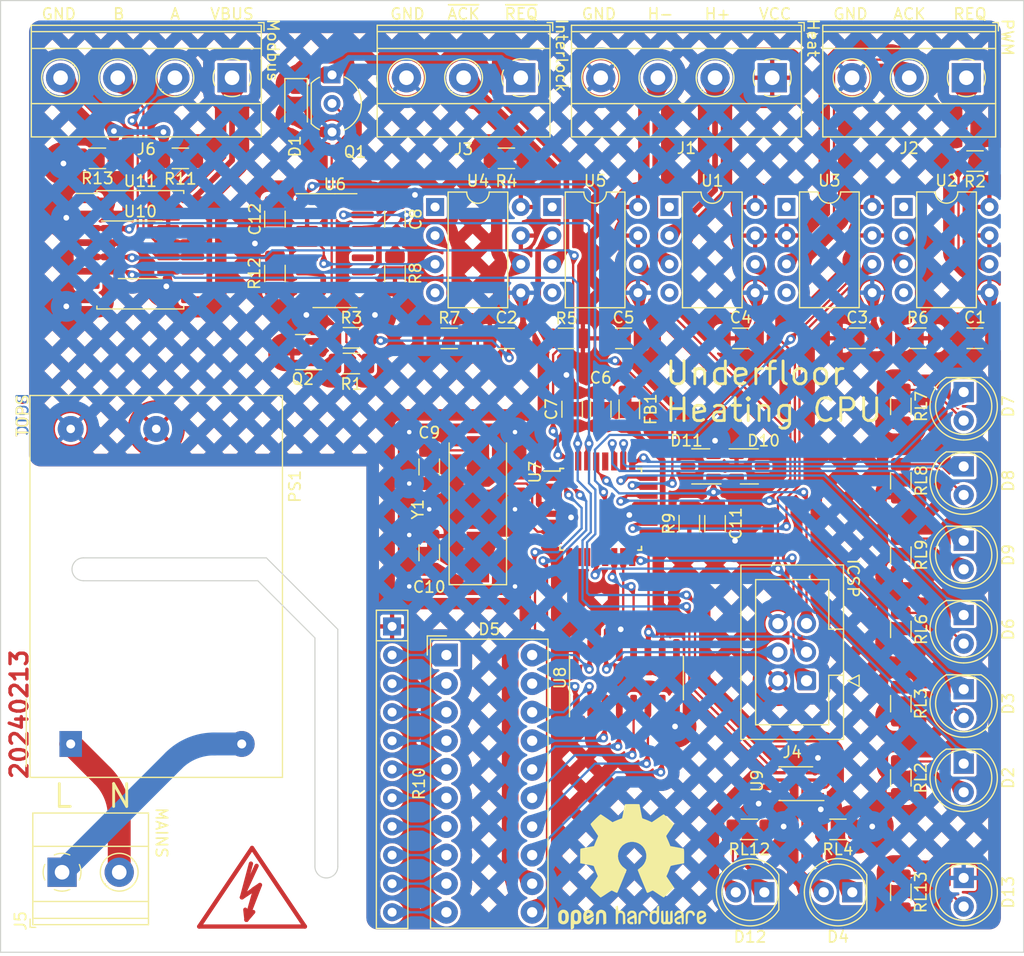
<source format=kicad_pcb>
(kicad_pcb (version 20221018) (generator pcbnew)
  (title_block (title "UFH Process Computer - CPU") (date "2024-01-17") (rev "1"))
  (layers (0 "F.Cu" signal) (31 "B.Cu" signal) (34 "B.Paste" user) (35 "F.Paste" user) (36 "B.SilkS" user "B.Silkscreen") (37 "F.SilkS" user "F.Silkscreen") (38 "B.Mask" user) (39 "F.Mask" user) (44 "Edge.Cuts" user))
  (net 0 "")
  (net 1 "VCC")
  (net 2 "GND")
  (net 3 "Net-(U7-AREF)")
  (net 4 "Net-(D1-K)")
  (net 5 "Net-(U6A-RCext)")
  (net 6 "Net-(U7-XTAL1{slash}PB6)")
  (net 7 "/~{HEAT}")
  (net 8 "Net-(D6-A)")
  (net 9 "/~{INLK_ACK}")
  (net 10 "Net-(D2-A)")
  (net 11 "Net-(D3-A)")
  (net 12 "Net-(D4-K)")
  (net 13 "Net-(D4-A)")
  (net 14 "Net-(U7-XTAL2{slash}PB7)")
  (net 15 "Net-(R10-R1)")
  (net 16 "/~{PUMP_90P}")
  (net 17 "Net-(D8-A)")
  (net 18 "/~{PUMP_100P}")
  (net 19 "Net-(D9-A)")
  (net 20 "/~{PUMP_LVWR}")
  (net 21 "Net-(D10-A)")
  (net 22 "/~{PUMP_STBY}")
  (net 23 "Net-(D7-A)")
  (net 24 "Net-(D12-K)")
  (net 25 "Net-(D12-A)")
  (net 26 "Net-(R10-R2)")
  (net 27 "Net-(R10-R3)")
  (net 28 "Net-(R10-R4)")
  (net 29 "Net-(R10-R5)")
  (net 30 "Net-(R10-R6)")
  (net 31 "Net-(R10-R7)")
  (net 32 "Net-(R10-R8)")
  (net 33 "Net-(R10-R9)")
  (net 34 "Net-(R10-R10)")
  (net 35 "/~{PUMP_RTBK}")
  (net 36 "/~{PUMP_EFLT}")
  (net 37 "Net-(U8-QH)")
  (net 38 "Net-(U8-QG)")
  (net 39 "Net-(U8-QF)")
  (net 40 "Net-(U8-QE)")
  (net 41 "Net-(U8-QD)")
  (net 42 "Net-(U8-QC)")
  (net 43 "Net-(U8-QB)")
  (net 44 "Net-(J1-Pin_2)")
  (net 45 "Net-(J1-Pin_3)")
  (net 46 "Net-(J2-Pin_1)")
  (net 47 "Net-(J2-Pin_2)")
  (net 48 "Net-(D13-A)")
  (net 49 "Net-(J3-Pin_2)")
  (net 50 "Net-(J4-Pin_1)")
  (net 51 "Net-(J4-Pin_3)")
  (net 52 "Net-(J4-Pin_4)")
  (net 53 "Net-(J5-Pin_1)")
  (net 54 "Net-(J5-Pin_2)")
  (net 55 "Net-(J6-Pin_1)")
  (net 56 "/RS485_N")
  (net 57 "/RS485_P")
  (net 58 "Net-(J6-Pin_4)")
  (net 59 "Net-(U8-QA)")
  (net 60 "Net-(U2-A)")
  (net 61 "Net-(U4-A)")
  (net 62 "Net-(U5-A)")
  (net 66 "/~{INLK_REQ}")
  (net 71 "/PWM_REQ")
  (net 75 "/PWM_ACK")
  (net 76 "Net-(Q2-C)")
  (net 77 "Net-(U6B-RCext)")
  (net 78 "Net-(U4-C)")
  (net 85 "Net-(U7-PB2)")
  (net 87 "Net-(R11-Pad1)")
  (net 88 "Net-(U10-RO)")
  (net 89 "Net-(U10-DI)")
  (net 90 "Net-(U10-DE)")
  (net 98 "Net-(Q1-B)")
  (net 99 "Net-(Q2-B)")
  (net 100 "Net-(U4-VO)")
  (footprint "Resistor_SMD:R_1206_3216Metric" (layer "F.Cu") (at 147.042018 42.723001)
    (fp_text reference "R13")
    (fp_text value "0R")
  )
  (footprint "Resistor_SMD:R_1206_3216Metric" (layer "F.Cu") (at 219.954 58.715001)
    (fp_text reference "R6")
    (fp_text value "R")
  )
  (footprint "Resistor_SMD:R_1206_3216Metric" (layer "F.Cu") (at 169.6105 60.96)
    (fp_text reference "R1")
    (fp_text value "R")
  )
  (footprint "Resistor_THT:R_Array_SIP11" (layer "F.Cu") (at 173.228 84.328 -90)
    (fp_text reference "R10")
    (fp_text value "R_Network10")
  )
  (footprint "TerminalBlock_Phoenix:TerminalBlock_Phoenix_MKDS-1,5-4-5.08_1x04_P5.08mm_Horizontal" (layer "F.Cu") (at 207.01 35.56 180)
    (fp_text reference "J1")
    (fp_text value "TerminalBlock, 5.08")
  )
  (footprint "Resistor_SMD:R_1206_3216Metric" (layer "F.Cu") (at 225.034 42.967001 180)
    (fp_text reference "R2")
    (fp_text value "470R")
  )
  (footprint "Capacitor_SMD:C_1206_3216Metric" (layer "F.Cu") (at 176.53 77.773 90)
    (fp_text reference "C10")
    (fp_text value "20pF")
  )
  (footprint "Resistor_SMD:R_1206_3216Metric" (layer "F.Cu") (at 173.482 52.959 -90)
    (fp_text reference "R8")
    (fp_text value "470K")
  )
  (footprint "LED_THT:LED_D5.0mm" (layer "F.Cu") (at 224.028 63.495 -90)
    (fp_text reference "D7")
    (fp_text value "Pump Stand-By")
  )
  (footprint "TerminalBlock_Phoenix:TerminalBlock_Phoenix_MKDS-1,5-3-5.08_1x03_P5.08mm_Horizontal" (layer "F.Cu") (at 184.663 35.560001 180)
    (fp_text reference "J3")
    (fp_text value "TerminalBlock, 5.08")
  )
  (footprint "Package_DIP:DIP-8_W7.62mm" (layer "F.Cu") (at 187.462 47.051001)
    (fp_text reference "U5")
    (fp_text value "6N137")
  )
  (footprint "Resistor_SMD:R_1206_3216Metric" (layer "F.Cu") (at 204.978 102.362)
    (fp_text reference "RL12")
    (fp_text value "470R")
  )
  (footprint "Package_SO:SOIC-16_3.9x9.9mm_P1.27mm" (layer "F.Cu") (at 168.148 50.927)
    (fp_text reference "U6")
    (fp_text value "74LS123")
  )
  (footprint "Package_TO_SOT_THT:TO-92_Inline_Wide" (layer "F.Cu") (at 167.894 35.306 -90)
    (fp_text reference "Q1")
    (fp_text value "PN2222A")
  )
  (footprint "Resistor_SMD:R_1206_3216Metric" (layer "F.Cu") (at 218.44 91.191 90)
    (fp_text reference "RL3")
    (fp_text value "R")
  )
  (footprint "Package_QFP:TQFP-32_7x7mm_P0.8mm" (layer "F.Cu") (at 191.77 73.914)
    (fp_text reference "U7")
    (fp_text value "ATmega328PB-A")
  )
  (footprint "TerminalBlock_Phoenix:TerminalBlock_Phoenix_MKDS-1,5-2-5.08_1x02_P5.08mm_Horizontal" (layer "F.Cu") (at 143.8965 106.172)
    (fp_text reference "J5")
    (fp_text value "TerminalBlock, 5.08")
  )
  (footprint "Capacitor_SMD:C_1206_3216Metric" (layer "F.Cu") (at 176.53 70.153 -90)
    (fp_text reference "C9")
    (fp_text value "20pF")
  )
  (footprint "Capacitor_SMD:C_1206_3216Metric" (layer "F.Cu") (at 173.482 48.133 -90)
    (fp_text reference "C8")
    (fp_text value "3.3uF")
  )
  (footprint "Package_DIP:DIP-8_W7.62mm" (layer "F.Cu") (at 197.876 47.051001)
    (fp_text reference "U1")
    (fp_text value "6N137")
  )
  (footprint "Package_SO:SSOP-8_2.95x2.8mm_P0.65mm" (layer "F.Cu") (at 209.1055 98.303 180)
    (fp_text reference "U9")
    (fp_text value "74LVC2G125")
  )
  (footprint "Package_SO:SOIC-16W_7.5x10.3mm_P1.27mm" (layer "F.Cu") (at 150.852018 50.851001)
    (fp_text reference "U11")
    (fp_text value "ISO1410")
  )
  (footprint "Package_TO_SOT_SMD:SOT-23-3" (layer "F.Cu") (at 200.66 70.104 180)
    (fp_text reference "D11")
    (fp_text value "3.3V")
  )
  (footprint "Resistor_SMD:R_1206_3216Metric" (layer "F.Cu") (at 218.44 84.587 -90)
    (fp_text reference "RL6")
    (fp_text value "R")
  )
  (footprint "Resistor_SMD:R_1206_3216Metric" (layer "F.Cu") (at 218.44 97.79 90)
    (fp_text reference "RL2")
    (fp_text value "R")
  )
  (footprint "LED_THT:LED_D5.0mm" (layer "F.Cu") (at 224.028 106.68 -90)
    (fp_text reference "D13")
    (fp_text value "Power")
  )
  (footprint "Resistor_SMD:R_1206_3216Metric" (layer "F.Cu") (at 162.814 52.959 90)
    (fp_text reference "R12")
    (fp_text value "10K")
  )
  (footprint "Capacitor_SMD:C_1206_3216Metric" (layer "F.Cu") (at 193.802 58.725001)
    (fp_text reference "C5")
    (fp_text value "0.1uF")
  )
  (footprint "LED_THT:LED_D5.0mm" (layer "F.Cu") (at 206.3115 107.955 180)
    (fp_text reference "D12")
    (fp_text value "BusRx")
  )
  (footprint "Capacitor_SMD:C_1206_3216Metric" (layer "F.Cu") (at 162.814 48.133 90)
    (fp_text reference "C12")
    (fp_text value "0.1uF")
  )
  (footprint "Resistor_SMD:R_1206_3216Metric" (layer "F.Cu") (at 154.408018 42.723001 180)
    (fp_text reference "R11")
    (fp_text value "0R")
  )
  (footprint "Converter_ACDC:Converter_ACDC_MeanWell_IRM-02-xx_THT" (layer "F.Cu") (at 144.6635 94.772 90)
    (fp_text reference "PS1")
    (fp_text value "IRM-02-5")
  )
  (footprint "Resistor_SMD:R_1206_3216Metric" (layer "F.Cu") (at 218.44 64.77 -90)
    (fp_text reference "RL7")
    (fp_text value "R")
  )
  (footprint "Capacitor_SMD:C_1206_3216Metric" (layer "F.Cu") (at 204.216 58.725001)
    (fp_text reference "C4")
    (fp_text value "0.1uF")
  )
  (footprint "Resistor_SMD:R_1206_3216Metric" (layer "F.Cu") (at 199.644 75.184 90)
    (fp_text reference "R9")
    (fp_text value "47K")
  )
  (footprint "TerminalBlock_Phoenix:TerminalBlock_Phoenix_MKDS-1,5-3-5.08_1x03_P5.08mm_Horizontal" (layer "F.Cu") (at 224.267015 35.560001 180)
    (fp_text reference "J2")
    (fp_text value "TerminalBlock, 5.08")
  )
  (footprint "Package_TO_SOT_SMD:SOT-23-3" (layer "F.Cu") (at 204.978 70.104)
    (fp_text reference "D10")
    (fp_text value "BAT54S_R1_00001")
  )
  (footprint "Capacitor_SMD:C_1206_3216Metric" (layer "F.Cu") (at 183.388 58.725001)
    (fp_text reference "C2")
    (fp_text value "0.1uF")
  )
  (footprint "Resistor_SMD:R_1206_3216Metric" (layer "F.Cu") (at 178.308 58.725001)
    (fp_text reference "R7")
    (fp_text value "R")
  )
  (footprint "Display:HDSP-4850" (layer "F.Cu") (at 178.054 86.868)
    (fp_text reference "D5")
    (fp_text value "Pump")
  )
  (footprint "Package_SO:SOIC-8_3.9x4.9mm_P1.27mm" (layer "F.Cu") (at 150.852018 50.851001)
    (fp_text reference "U10")
    (fp_text value "MAX3483")
  )
  (footprint "Package_TO_SOT_SMD:SOT-23" (layer "F.Cu") (at 165.2925 59.944 180)
    (fp_text reference "Q2")
    (fp_text value "MMBT4403")
  )
  (footprint "Resistor_SMD:R_1206_3216Metric" (layer "F.Cu") (at 218.44 71.379 -90)
    (fp_text reference "RL8")
    (fp_text value "R")
  )
  (footprint "LED_THT:LED_D5.0mm" (layer "F.Cu") (at 224.028 76.708 -90)
    (fp_text reference "D9")
    (fp_text value "Pump EFault")
  )
  (footprint "Symbol:Symbol_HighVoltage_Type2_CopperTop_VerySmall" (layer "F.Cu") (at 160.782 108.204)
    (fp_text reference "REF**" hide)
    (fp_text value "Symbol_HighVoltage_Type2_CopperTop_VerySmall")
  )
  (footprint "LED_THT:LED_D5.0mm" (layer "F.Cu") (at 224.028 96.52 -90)
    (fp_text reference "D2")
    (fp_text value "Heat")
  )
  (footprint "TerminalBlock_Phoenix:TerminalBlock_Phoenix_MKDS-1,5-4-5.08_1x04_P5.08mm_Horizontal" (layer "F.Cu") (at 159.004 35.56 180)
    (fp_text reference "J6")
    (fp_text value "TerminalBlock, 5.08")
  )
  (footprint "Resistor_SMD:R_1206_3216Metric" (layer "F.Cu") (at 212.852 102.362 180)
    (fp_text reference "RL4")
    (fp_text value "470R")
  )
  (footprint "Connector_IDC:IDC-Header_2x03_P2.54mm_Vertical" (layer "F.Cu") (at 210.058 89.154 180)
    (fp_text reference "J4")
    (fp_text value "MaleHeader, 2.54, shrouded")
  )
  (footprint "Capacitor_SMD:C_1206_3216Metric" (layer "F.Cu") (at 191.77 65.024 90)
    (fp_text reference "C6")
    (fp_text value "4.7uF")
  )
  (footprint "LED_THT:LED_D5.0mm" (layer "F.Cu") (at 224.028 70.104 -90)
    (fp_text reference "D8")
    (fp_text value "Pump MFault")
  )
  (footprint "Crystal:Crystal_SMD_HC49-SD" (layer "F.Cu") (at 180.848 73.914 90)
    (fp_text reference "Y1")
    (fp_text value "7.3728 MHz")
  )
  (footprint "Package_SO:SOIC-16_3.9x9.9mm_P1.27mm" (layer "F.Cu") (at 194.056 88.9 90)
    (fp_text reference "U8")
    (fp_text value "74HC595")
  )
  (footprint "LED_THT:LED_D5.0mm" (layer "F.Cu") (at 224.028 89.916 -90)
    (fp_text reference "D3")
    (fp_text value "Interlock")
  )
  (footprint "Capacitor_SMD:C_1206_3216Metric" (layer "F.Cu") (at 201.93 75.184 -90)
    (fp_text reference "C11")
    (fp_text value "4.7nF")
  )
  (footprint "Symbol:OSHW-Logo2_14.6x12mm_SilkScreen" (layer "F.Cu") (at 194.564 105.664)
    (fp_text reference "REF**" hide)
    (fp_text value "OSHW-Logo2_14.6x12mm_SilkScreen" hide)
  )
  (footprint "Capacitor_SMD:C_1206_3216Metric" (layer "F.Cu") (at 214.571 58.715001)
    (fp_text reference "C3")
    (fp_text value "0.1uF")
  )
  (footprint "Package_DIP:DIP-8_W7.62mm" (layer "F.Cu") (at 177.048 47.051001)
    (fp_text reference "U4")
    (fp_text value "6N137")
  )
  (footprint "Resistor_SMD:R_1206_3216Metric" (layer "F.Cu") (at 169.6105 58.674 180)
    (fp_text reference "R3")
    (fp_text value "R")
  )
  (footprint "Inductor_SMD:L_1206_3216Metric" (layer "F.Cu") (at 194.31 65.024 -90)
    (fp_text reference "FB1")
    (fp_text value "FerriteBead")
  )
  (footprint "Diode_SMD:D_SOD-123F" (layer "F.Cu") (at 164.698 37.846 -90)
    (fp_text reference "D1")
    (fp_text value "1N4148")
  )
  (footprint "Resistor_SMD:R_1206_3216Metric" (layer "F.Cu") (at 188.722 58.725001 180)
    (fp_text reference "R5")
    (fp_text value "R")
  )
  (footprint "Capacitor_SMD:C_1206_3216Metric" (layer "F.Cu") (at 225.034 58.715001)
    (fp_text reference "C1")
    (fp_text value "0.1uF")
  )
  (footprint "LED_THT:LED_D5.0mm" (layer "F.Cu") (at 224.028 83.312 -90)
    (fp_text reference "D6")
    (fp_text value "Pump UVLO")
  )
  (footprint "Package_DIP:DIP-8_W7.62mm" (layer "F.Cu") (at 218.694 47.041001)
    (fp_text reference "U2")
    (fp_text value "6N137")
  )
  (footprint "Resistor_SMD:R_1206_3216Metric" (layer "F.Cu") (at 183.388 42.723001 180)
    (fp_text reference "R4")
    (fp_text value "R")
  )
  (footprint "Resistor_SMD:R_1206_3216Metric" (layer "F.Cu") (at 218.44 107.955 90)
    (fp_text reference "RL13")
    (fp_text value "R")
  )
  (footprint "Capacitor_SMD:C_1206_3216Metric" (layer "F.Cu") (at 189.23 65.024 90)
    (fp_text reference "C7")
    (fp_text value "0.1uF")
  )
  (footprint "Package_DIP:DIP-8_W7.62mm" (layer "F.Cu") (at 208.28 47.041001)
    (fp_text reference "U3")
    (fp_text value "6N137")
  )
  (footprint "LED_THT:LED_D5.0mm" (layer "F.Cu") (at 214.127 107.95 180)
    (fp_text reference "D4")
    (fp_text value "BusTx")
  )
  (footprint "Resistor_SMD:R_1206_3216Metric" (layer "F.Cu") (at 218.44 77.983 -90)
    (fp_text reference "RL9")
    (fp_text value "R")
  )
  (gr_line (start 166.37 85.344) (end 161.29 80.264) (stroke (width 0.1)) (layer "Edge.Cuts"))
  (gr_arc (start 168.402 105.664) (mid 167.386 106.68) (end 166.37 105.664) (stroke (width 0.1)) (layer "Edge.Cuts"))
  (gr_line (start 168.402 84.582) (end 162.052 78.232) (stroke (width 0.1)) (layer "Edge.Cuts"))
  (gr_arc (start 145.796 80.264) (mid 144.78 79.248) (end 145.796 78.232) (stroke (width 0.1)) (layer "Edge.Cuts"))
  (gr_line (start 161.29 80.264) (end 145.796 80.264) (stroke (width 0.1)) (layer "Edge.Cuts"))
  (gr_line (start 162.052 78.232) (end 145.796 78.232) (stroke (width 0.1)) (layer "Edge.Cuts"))
  (gr_line (start 168.402 105.664) (end 168.402 84.582) (stroke (width 0.1)) (layer "Edge.Cuts"))
  (gr_line (start 138.43 28.702) (end 229.362 28.702) (stroke (width 0.1)) (layer "Edge.Cuts"))
  (gr_line (start 166.37 105.664) (end 166.37 85.344) (stroke (width 0.1)) (layer "Edge.Cuts"))
  (gr_line (start 229.362 113.284) (end 138.43 113.284) (stroke (width 0.1)) (layer "Edge.Cuts"))
  (gr_line (start 229.362 28.702) (end 229.362 113.284) (stroke (width 0.1)) (layer "Edge.Cuts"))
  (gr_line (start 138.43 113.284) (end 138.43 28.702) (stroke (width 0.1)) (layer "Edge.Cuts"))
  (gr_text "TOPC" (at 140.97 67.564 90) (layer "F.Cu") (effects (font (size 1 1)) (justify left bottom)))
  (gr_text "20240213" (at 140.97 98.044 90) (layer "F.Cu") (effects (font (size 1.5 1.5) (thickness 0.3) bold) (justify left bottom)))
  (gr_text "BOTC" (at 140.97 63.5 90) (layer "B.Cu") (effects (font (size 1 1)) (justify left bottom mirror)))
  (gr_text "~{REQ}" (at 183.134 30.48) (layer "F.SilkS") (effects (font (size 1 1)) (justify left bottom)))
  (gr_text "GND" (at 141.986 30.48) (layer "F.SilkS") (effects (font (size 1 1)) (justify left bottom)))
  (gr_text "H+" (at 200.914 30.48) (layer "F.SilkS") (effects (font (size 1 1)) (justify left bottom)))
  (gr_text "B" (at 148.336 30.48) (layer "F.SilkS") (effects (font (size 1 1)) (justify left bottom)))
  (gr_text "GND" (at 212.344 30.48) (layer "F.SilkS") (effects (font (size 1 1)) (justify left bottom)))
  (gr_text "~{ACK}" (at 178.054 30.48) (layer "F.SilkS") (effects (font (size 1 1)) (justify left bottom)))
  (gr_text "REQ" (at 223.012 30.48) (layer "F.SilkS") (effects (font (size 1 1)) (justify left bottom)))
  (gr_text "VCC" (at 205.74 30.48) (layer "F.SilkS") (effects (font (size 1 1)) (justify left bottom)))
  (gr_text "N" (at 147.828 100.584) (layer "F.SilkS") (effects (font (size 2.032 2.032) (thickness 0.254)) (justify left bottom)))
  (gr_text "H-" (at 195.834 30.48) (layer "F.SilkS") (effects (font (size 1 1)) (justify left bottom)))
  (gr_text "Modbus" (at 162.052 30.226 -90) (layer "F.SilkS") (effects (font (size 1 1)) (justify left bottom)))
  (gr_text "PWM" (at 227.33 30.226 270) (layer "F.SilkS") (effects (font (size 1 1)) (justify left bottom)))
  (gr_text "Heat" (at 210.058 30.226 -90) (layer "F.SilkS") (effects (font (size 1 1)) (justify left bottom)))
  (gr_text "TOPS" (at 140.97 67.564 90) (layer "F.SilkS") (effects (font (size 1 1)) (justify left bottom)))
  (gr_text "L" (at 143.002 100.584) (layer "F.SilkS") (effects (font (size 2.032 2.032) (thickness 0.254)) (justify left bottom)))
  (gr_text "Underfloor\nHeating CPU" (at 197.358 66.294) (layer "F.SilkS") (effects (font (size 2.032 2.032) (thickness 0.254)) (justify left bottom)))
  (gr_text "A" (at 153.416 30.48) (layer "F.SilkS") (effects (font (size 1 1)) (justify left bottom)))
  (gr_text "GND" (at 172.974 30.48) (layer "F.SilkS") (effects (font (size 1 1)) (justify left bottom)))
  (gr_text "GND" (at 189.992 30.48) (layer "F.SilkS") (effects (font (size 1 1)) (justify left bottom)))
  (gr_text "VBUS" (at 156.972 30.48) (layer "F.SilkS") (effects (font (size 1 1)) (justify left bottom)))
  (gr_text "ACK" (at 217.678 30.48) (layer "F.SilkS") (effects (font (size 1 1)) (justify left bottom)))
  (gr_text "Interlock" (at 187.706 30.226 270) (layer "F.SilkS") (effects (font (size 1 1)) (justify left bottom)))
  (gr_text "MAINS" (at 152.146 100.33 270) (layer "F.SilkS") (effects (font (size 1 1)) (justify left bottom)))
  (gr_text "ICSP" (at 213.614 78.232 -90) (layer "F.SilkS") (effects (font (size 1 1)) (justify left bottom)))
  (segment (start 161.72 49.608) (end 161.036 50.292) (width 0.508) (layer "F.Cu") (net 2))
  (segment (start 153.327018 52.756001) (end 153.327018 53.936982) (width 0.508) (layer "F.Cu") (net 2))
  (segment (start 215.646 102.362) (end 215.9 102.108) (width 0.508) (layer "F.Cu") (net 2))
  (segment (start 173.482 47.137999) (end 173.482 46.658) (width 0.508) (layer "F.Cu") (net 2))
  (segment (start 184.863 58.725001) (end 184.863 54.866001) (width 0.508) (layer "F.Cu") (net 2))
  (segment (start 170.623 55.372) (end 170.623 55.561) (width 0.508) (layer "F.Cu") (net 2))
  (segment (start 193.421 84.709) (end 193.548 84.582) (width 0.508) (layer "F.Cu") (net 2))
  (segment (start 210.8055 99.278) (end 210.8055 100.0615) (width 0.508) (layer "F.Cu") (net 2))
  (segment (start 165.838 40.386) (end 167.894 40.386) (width 0.508) (layer "F.Cu") (net 2))
  (segment (start 173.482 46.658) (end 174.576 46.658) (width 0.508) (layer "F.Cu") (net 2))
  (segment (start 172.0552 51.967668) (end 171.190868 52.832) (width 0.508) (layer "F.Cu") (net 2))
  (segment (start 165.673 56.577) (end 165.608 56.642) (width 0.508) (layer "F.Cu") (net 2))
  (segment (start 189.23 63.549) (end 189.23 62.484) (width 0.508) (layer "F.Cu") (net 2))
  (segment (start 198.501 93.091) (end 198.374 93.218) (width 0.508) (layer "F.Cu") (net 2))
  (segment (start 198.501 91.375) (end 198.501 93.091) (width 0.508) (layer "F.Cu") (net 2))
  (segment (start 144.474999 42.723001) (end 144.018 43.18) (width 0.508) (layer "F.Cu") (net 2))
  (segment (start 210.8055 100.0615) (end 211.328 100.584) (width 0.508) (layer "F.Cu") (net 2))
  (segment (start 195.277 58.725001) (end 195.277 54.866001) (width 0.508) (layer "F.Cu") (net 2))
  (segment (start 170.623 49.022) (end 171.597999 49.022) (width 0.508) (layer "F.Cu") (net 2))
  (segment (start 171.597999 49.022) (end 172.0552 49.479201) (width 0.508) (layer "F.Cu") (net 2))
  (segment (start 174.576 46.658) (end 175.26 45.974) (width 0.508) (layer "F.Cu") (net 2))
  (segment (start 167.1052 54.6368) (end 166.37 55.372) (width 0.508) (layer "F.Cu") (net 2))
  (segment (start 194.818 73.514) (end 196.02 73.514) (width 0.508) (layer "F.Cu") (net 2))
  (segment (start 165.673 52.832) (end 166.647999 52.832) (width 0.508) (layer "F.Cu") (net 2))
  (segment (start 145.579518 42.723001) (end 144.474999 42.723001) (width 0.508) (layer "F.Cu") (net 2))
  (segment (start 207.772 102.362) (end 208.026 102.108) (width 0.508) (layer "F.Cu") (net 2))
  (segment (start 201.93 76.659) (end 203.659 76.659) (width 0.508) (layer "F.Cu") (net 2))
  (segment (start 214.3145 102.362) (end 215.646 102.362) (width 0.508) (layer "F.Cu") (net 2))
  (segment (start 189.23 63.549) (end 191.77 63.549) (width 0.508) (layer "F.Cu") (net 2))
  (segment (start 165.673 55.372) (end 165.673 56.577) (width 0.508) (layer "F.Cu") (net 2))
  (segment (start 172.0552 49.479201) (end 172.0552 51.967668) (width 0.508) (layer "F.Cu") (net 2))
  (segment (start 146.202018 47.676001) (end 144.601999 47.676001) (width 0.508) (layer "F.Cu") (net 2))
  (segment (start 205.691 58.725001) (end 205.691 54.866001) (width 0.508) (layer "F.Cu") (net 2))
  (segment (start 201.7975 69.154) (end 201.7975 67.9505) (width 0.508) (layer "F.Cu") (net 2))
  (segment (start 201.7975 67.9505) (end 201.93 67.818) (width 0.508) (layer "F.Cu") (net 2))
  (segment (start 216.046 58.715001) (end 216.046 54.807001) (width 0.508) (layer "F.Cu") (net 2))
  (segment (start 187.52 74.314) (end 188.810592 74.314) (width 0.508) (layer "F.Cu") (net 2))
  (segment (start 170.623 55.561) (end 171.704 56.642) (width 0.508) (layer "F.Cu") (net 2))
  (segment (start 205.804466 99.134263) (end 206.310729 98.628) (width 0.508) (layer "F.Cu") (net 2))
  (segment (start 193.421 86.425) (end 193.421 84.709) (width 0.508) (layer "F.Cu") (net 2))
  (segment (start 153.327018 53.936982) (end 153.162 54.102) (width 0.508) (layer "F.Cu") (net 2))
  (segment (start 166.647999 52.832) (end 167.1052 53.289201) (width 0.508) (layer "F.Cu") (net 2))
  (segment (start 162.814 49.608) (end 161.72 49.608) (width 0.508) (layer "F.Cu") (net 2))
  (segment (start 144.855999 55.296001) (end 144.272 55.88) (width 0.508) (layer "F.Cu") (net 2))
  (segment (start 205.804466 100.076) (end 205.804466 99.134263) (width 0.508) (layer "F.Cu") (net 2))
  (segment (start 146.202018 55.296001) (end 144.855999 55.296001) (width 0.508) (layer "F.Cu") (net 2))
  (segment (start 144.601999 47.676001) (end 144.272 48.006) (width 0.508) (layer "F.Cu") (net 2))
  (segment (start 210.8055 97.328) (end 210.8055 96.2805) (width 0.508) (layer "F.Cu") (net 2))
  (segment (start 210.8055 96.2805) (end 211.074 96.012) (width 0.508) (layer "F.Cu") (net 2))
  (segment (start 167.1052 53.289201) (end 167.1052 54.6368) (width 0.508) (layer "F.Cu") (net 2))
  (segment (start 171.597999 49.022) (end 173.482 47.137999) (width 0.508) (layer "F.Cu") (net 2))
  (segment (start 206.310729 98.628) (end 207.4055 98.628) (width 0.508) (layer "F.Cu") (net 2))
  (segment (start 188.810592 74.314) (end 189.133466 74.636874) (width 0.508) (layer "F.Cu") (net 2))
  (segment (start 206.4405 102.362) (end 207.772 102.362) (width 0.508) (layer "F.Cu") (net 2))
  (segment (start 203.659 76.659) (end 203.708 76.708) (width 0.508) (layer "F.Cu") (net 2))
  (segment (start 226.509 58.715001) (end 226.509 54.856001) (width 0.508) (layer "F.Cu") (net 2))
  (segment (start 194.31 74.422) (end 194.818 73.514) (width 0.508) (layer "F.Cu") (net 2))
  (segment (start 170.623 52.832) (end 171.597999 52.832) (width 0.508) (layer "F.Cu") (net 2))
  (segment (start 164.698 39.246) (end 165.838 40.386) (width 0.508) (layer "F.Cu") (net 2))
  (segment (start 189.23 62.484) (end 188.722 61.976) (width 0.508) (layer "F.Cu") (net 2))
  (via (at 189.133466 74.636874) (size 1.27) (drill 0.508) (layers "F.Cu" "B.Cu") (net 2))
  (via (at 144.018 43.18) (size 1.27) (drill 0.508) (layers "F.Cu" "B.Cu") (net 2))
  (via (at 188.722 61.976) (size 1.27) (drill 0.508) (layers "F.Cu" "B.Cu") (net 2))
  (via (at 161.036 50.292) (size 1.27) (drill 0.508) (layers "F.Cu" "B.Cu") (net 2))
  (via (at 174.752 80.772) (size 0.8001) (drill 0.40005) (layers "F.Cu" "B.Cu") (net 2))
  (via (at 194.31 74.422) (size 1.27) (drill 0.508) (layers "F.Cu" "B.Cu") (net 2))
  (via (at 211.074 96.012) (size 1.27) (drill 0.508) (layers "F.Cu" "B.Cu") (net 2))
  (via (at 201.93 67.818) (size 1.27) (drill 0.508) (layers "F.Cu" "B.Cu") (net 2))
  (via (at 184.15 67.056) (size 0.8001) (drill 0.40005) (layers "F.Cu" "B.Cu") (net 2))
  (via (at 205.804466 100.076) (size 1.27) (drill 0.508) (layers "F.Cu" "B.Cu") (net 2))
  (via (at 184.15 73.914) (size 0.8001) (drill 0.40005) (layers "F.Cu" "B.Cu") (net 2))
  (via (at 203.708 76.708) (size 1.27) (drill 0.508) (layers "F.Cu" "B.Cu") (net 2))
  (via (at 144.272 48.006) (size 1.27) (drill 0.508) (layers "F.Cu" "B.Cu") (net 2))
  (via (at 174.752 71.628) (size 0.8001) (drill 0.40005) (layers "F.Cu" "B.Cu") (net 2))
  (via (at 174.752 67.056) (size 0.8001) (drill 0.40005) (layers "F.Cu" "B.Cu") (net 2))
  (via (at 165.608 56.642) (size 1.27) (drill 0.508) (layers "F.Cu" "B.Cu") (net 2))
  (via (at 174.752 76.2) (size 0.8001) (drill 0.40005) (layers "F.Cu" "B.Cu") (net 2))
  (via (at 208.026 102.108) (size 1.27) (drill 0.508) (layers "F.Cu" "B.Cu") (net 2))
  (via (at 184.15 80.772) (size 0.8001) (drill 0.40005) (layers "F.Cu" "B.Cu") (net 2))
  (via (at 175.26 45.974) (size 1.27) (drill 0.508) (layers "F.Cu" "B.Cu") (net 2))
  (via (at 144.272 55.88) (size 1.27) (drill 0.508) (layers "F.Cu" "B.Cu") (net 2))
  (via (at 211.328 100.584) (size 1.27) (drill 0.508) (layers "F.Cu" "B.Cu") (net 2))
  (via (at 171.704 56.642) (size 1.27) (drill 0.508) (layers "F.Cu" "B.Cu") (net 2))
  (via (at 198.374 93.218) (size 1.27) (drill 0.508) (layers "F.Cu" "B.Cu") (net 2))
  (via (at 153.162 54.102) (size 1.27) (drill 0.508) (layers "F.Cu" "B.Cu") (net 2))
  (via (at 193.548 84.582) (size 1.27) (drill 0.508) (layers "F.Cu" "B.Cu") (net 2))
  (via (at 215.9 102.108) (size 1.27) (drill 0.508) (layers "F.Cu" "B.Cu") (net 2))
  (via (at 176.53 73.914) (size 0.8001) (drill 0.40005) (layers "F.Cu" "B.Cu") (net 2))
  (segment (start 187.52 73.514) (end 186.3306 73.514) (width 0.508) (layer "F.Cu") (net 3))
  (segment (start 189.23 66.499) (end 191.77 66.499) (width 0.508) (layer "F.Cu") (net 3))
  (segment (start 197.2772 69.5662) (end 197.2772 74.3818) (width 0.508) (layer "F.Cu") (net 3))
  (segment (start 186.2628 69.4662) (end 189.23 66.499) (width 0.508) (layer "F.Cu") (net 3))
  (segment (start 191.77 66.499) (end 194.21 66.499) (width 0.508) (layer "F.Cu") (net 3))
  (segment (start 186.3306 73.514) (end 186.2628 73.4462) (width 0.508) (layer "F.Cu") (net 3))
  (segment (start 196.02 75.914) (end 197.2094 75.914) (width 0.508) (layer "F.Cu") (net 3))
  (segment (start 197.2772 74.3818) (end 197.2094 74.314) (width 0.508) (layer "F.Cu") (net 3))
  (segment (start 194.31 66.599) (end 197.2772 69.5662) (width 0.508) (layer "F.Cu") (net 3))
  (segment (start 197.2094 75.914) (end 197.2772 75.8462) (width 0.508) (layer "F.Cu") (net 3))
  (segment (start 197.2772 75.8462) (end 197.2772 74.3818) (width 0.508) (layer "F.Cu") (net 3))
  (segment (start 186.2628 73.4462) (end 186.2628 69.4662) (width 0.508) (layer "F.Cu") (net 3))
  (segment (start 197.2094 74.314) (end 196.02 74.314) (width 0.2032) (layer "F.Cu") (net 3))
  (segment (start 167.894 35.306) (end 165.838 35.306) (width 0.508) (layer "F.Cu") (net 4))
  (segment (start 165.838 35.306) (end 164.698 36.446) (width 0.508) (layer "F.Cu") (net 4))
  (segment (start 169.397199 33.802801) (end 167.894 35.306) (width 0.508) (layer "B.Cu") (net 4))
  (segment (start 184.663 35.560001) (end 182.9058 33.802801) (width 0.508) (layer "B.Cu") (net 4))
  (segment (start 182.9058 33.802801) (end 169.397199 33.802801) (width 0.508) (layer "B.Cu") (net 4))
  (segment (start 174.500701 47.757369) (end 173.482 48.77607) (width 0.2032) (layer "F.Cu") (net 5))
  (segment (start 173.482 51.4965) (end 173.482 49.608) (width 0.2032) (layer "F.Cu") (net 5))
  (segment (start 173.482 48.77607) (end 173.482 49.608) (width 0.2032) (layer "F.Cu") (net 5))
  (segment (start 168.91 47.752) (end 170.623 47.752) (width 0.2032) (layer "F.Cu") (net 5))
  (via (at 168.91 47.752) (size 0.8001) (drill 0.40005) (layers "F.Cu" "B.Cu") (net 5))
  (via (at 174.500701 47.757369) (size 0.8001) (drill 0.40005) (layers "F.Cu" "B.Cu") (net 5))
  (segment (start 168.91 47.752) (end 172.601228 47.757369) (width 0.2032) (layer "B.Cu") (net 5))
  (segment (start 172.601228 47.757369) (end 174.500701 47.757369) (width 0.2032) (layer "B.Cu") (net 5))
  (segment (start 185.674 72.136) (end 185.166 71.628) (width 0.2032) (layer "F.Cu") (net 6))
  (segment (start 182.812 71.628) (end 180.848 69.664) (width 0.2032) (layer "F.Cu") (net 6))
  (segment (start 187.52 75.914) (end 186.15 75.914) (width 0.2032) (layer "F.Cu") (net 6))
  (segment (start 176.53 68.678) (end 179.862 68.678) (width 0.2032) (layer "F.Cu") (net 6))
  (segment (start 185.166 71.628) (end 182.812 71.628) (width 0.2032) (layer "F.Cu") (net 6))
  (segment (start 179.862 68.678) (end 180.848 69.664) (width 0.2032) (layer "F.Cu") (net 6))
  (segment (start 185.674 75.438) (end 185.674 72.136) (width 0.2032) (layer "F.Cu") (net 6))
  (segment (start 186.15 75.914) (end 185.674 75.438) (width 0.2032) (layer "F.Cu") (net 6))
  (segment (start 206.937004 58.093004) (end 209.026196 60.182196) (width 0.2032) (layer "F.Cu") (net 7))
  (segment (start 207.518 72.882196) (end 207.518 79.19085) (width 0.2032) (layer "F.Cu") (net 7))
  (segment (start 205.496 52.131001) (end 206.9212 53.556201) (width 0.2032) (layer "F.Cu") (net 7))
  (segment (start 209.026196 60.182196) (end 209.026196 71.374) (width 0.2032) (layer "F.Cu") (net 7))
  (segment (start 206.9212 53.556201) (end 206.9212 58.093004) (width 0.2032) (layer "F.Cu") (net 7))
  (segment (start 191.262 79.756) (end 191.37 79.648) (width 0.2032) (layer "F.Cu") (net 7))
  (segment (start 206.9212 58.093004) (end 206.937004 58.093004) (width 0.2032) (layer "F.Cu") (net 7))
  (segment (start 209.026196 71.374) (end 207.518 72.882196) (width 0.2032) (layer "F.Cu") (net 7))
  (segment (start 191.37 79.648) (end 191.37 78.164) (width 0.2032) (layer "F.Cu") (net 7))
  (via (at 207.518 79.19085) (size 0.8001) (drill 0.40005) (layers "F.Cu" "B.Cu") (net 7))
  (via (at 191.262 79.756) (size 0.8001) (drill 0.40005) (layers "F.Cu" "B.Cu") (net 7))
  (segment (start 207.518 79.19085) (end 224.028 95.70085) (width 0.2032) (layer "B.Cu") (net 7))
  (segment (start 191.82715 79.19085) (end 207.518 79.19085) (width 0.2032) (layer "B.Cu") (net 7))
  (segment (start 224.028 95.70085) (end 224.028 96.52) (width 0.2032) (layer "B.Cu") (net 7))
  (segment (start 191.262 79.756) (end 191.82715 79.19085) (width 0.2032) (layer "B.Cu") (net 7))
  (segment (start 221.3005 83.1245) (end 224.028 85.852) (width 0.2032) (layer "F.Cu") (net 8))
  (segment (start 218.44 83.1245) (end 221.3005 83.1245) (width 0.2032) (layer "F.Cu") (net 8))
  (segment (start 208.619796 71.205664) (end 206.756 73.06946) (width 0.2032) (layer "F.Cu") (net 9))
  (segment (start 206.756 73.06946) (end 206.756 73.152) (width 0.2032) (layer "F.Cu") (net 9))
  (segment (start 195.082 52.131001) (end 196.395135 53.444136) (width 0.2032) (layer "F.Cu") (net 9))
  (segment (start 196.395135 53.444136) (end 196.395135 54.917135) (width 0.2032) (layer "F.Cu") (net 9))
  (segment (start 193.548 73.203711) (end 194.056 72.714) (width 0.2032) (layer "F.Cu") (net 9))
  (segment (start 208.619796 67.141796) (end 208.619796 71.205664) (width 0.2032) (layer "F.Cu") (net 9))
  (segment (start 196.395135 54.917135) (end 208.619796 67.141796) (width 0.2032) (layer "F.Cu") (net 9))
  (segment (start 194.056 72.714) (end 196.02 72.714) (width 0.2032) (layer "F.Cu") (net 9))
  (via (at 206.756 73.152) (size 0.8001) (drill 0.40005) (layers "F.Cu" "B.Cu") (net 9))
  (via (at 193.548 73.203711) (size 0.8001) (drill 0.40005) (layers "F.Cu" "B.Cu") (net 9))
  (segment (start 224.028 89.916) (end 207.264 73.152) (width 0.2032) (layer "B.Cu") (net 9))
  (segment (start 193.599711 73.152) (end 193.548 73.203711) (width 0.2032) (layer "B.Cu") (net 9))
  (segment (start 206.756 73.152) (end 193.599711 73.152) (width 0.2032) (layer "B.Cu") (net 9))
  (segment (start 207.264 73.152) (end 206.756 73.152) (width 0.2032) (layer "B.Cu") (net 9))
  (segment (start 221.2955 96.3275) (end 224.028 99.06) (width 0.2032) (layer "F.Cu") (net 10))
  (segment (start 218.44 96.3275) (end 221.2955 96.3275) (width 0.2032) (layer "F.Cu") (net 10))
  (segment (start 218.44 89.7285) (end 221.3005 89.7285) (width 0.2032) (layer "F.Cu") (net 11))
  (segment (start 221.3005 89.7285) (end 224.028 92.456) (width 0.2032) (layer "F.Cu") (net 11))
  (segment (start 211.3895 102.362) (end 211.3895 105.2125) (width 0.2032) (layer "F.Cu") (net 12))
  (segment (start 211.3895 105.2125) (end 214.127 107.95) (width 0.2032) (layer "F.Cu") (net 12))
  (segment (start 209.7007 98.0796) (end 209.7007 106.0637) (width 0.2032) (layer "F.Cu") (net 13))
  (segment (start 209.8023 97.978) (end 209.7007 98.0796) (width 0.2032) (layer "F.Cu") (net 13))
  (segment (start 210.8055 97.978) (end 209.8023 97.978) (width 0.2032) (layer "F.Cu") (net 13))
  (segment (start 209.7007 106.0637) (end 211.587 107.95) (width 0.2032) (layer "F.Cu") (net 13))
  (segment (start 187.52 76.714) (end 182.298 76.714) (width 0.2032) (layer "F.Cu") (net 14))
  (segment (start 176.53 79.248) (end 179.764 79.248) (width 0.2032) (layer "F.Cu") (net 14))
  (segment (start 182.298 76.714) (end 180.848 78.164) (width 0.2032) (layer "F.Cu") (net 14))
  (segment (start 179.764 79.248) (end 180.848 78.164) (width 0.2032) (layer "F.Cu") (net 14))
  (segment (start 173.228 86.868) (end 178.054 86.868) (width 0.2032) (layer "B.Cu") (net 15))
  (segment (start 188.396555 71.114) (end 189.926555 72.644) (width 0.2032) (layer "F.Cu") (net 16))
  (segment (start 187.52 71.114) (end 188.396555 71.114) (width 0.2032) (layer "F.Cu") (net 16))
  (segment (start 186.9948 78.84795) (end 186.9948 108.4072) (width 0.2032) (layer "F.Cu") (net 16))
  (segment (start 186.9948 108.4072) (end 185.674 109.728) (width 0.2032) (layer "F.Cu") (net 16))
  (segment (start 186.63285 78.486) (end 186.9948 78.84795) (width 0.2032) (layer "F.Cu") (net 16))
  (via (at 186.63285 78.486) (size 0.8001) (drill 0.40005) (layers "F.Cu" "B.Cu") (net 16))
  (via (at 189.926555 72.644) (size 0.8001) (drill 0.40005) (layers "F.Cu" "B.Cu") (net 16))
  (segment (start 187.772736 78.486) (end 186.63285 78.486) (width 0.2032) (layer "B.Cu") (net 16))
  (segment (start 189.926555 72.644) (end 190.479666 73.197111) (width 0.2032) (layer "B.Cu") (net 16))
  (segment (start 190.479666 75.77907) (end 187.772736 78.486) (width 0.2032) (layer "B.Cu") (net 16))
  (segment (start 190.479666 73.197111) (end 190.479666 75.77907) (width 0.2032) (layer "B.Cu") (net 16))
  (segment (start 218.44 69.9165) (end 221.3005 69.9165) (width 0.2032) (layer "F.Cu") (net 17))
  (segment (start 221.3005 69.9165) (end 224.028 72.644) (width 0.2032) (layer "F.Cu") (net 17))
  (segment (start 187.52 71.914) (end 188.5232 71.914) (width 0.2032) (layer "F.Cu") (net 18))
  (segment (start 185.928 84.746106) (end 184.3532 86.320906) (width 0.2032) (layer "F.Cu") (net 18))
  (segment (start 188.923252 72.314052) (end 188.923252 72.644) (width 0.2032) (layer "F.Cu") (net 18))
  (segment (start 188.5232 71.914) (end 188.923252 72.314052) (width 0.2032) (layer "F.Cu") (net 18))
  (segment (start 184.3532 86.320906) (end 184.3532 105.8672) (width 0.2032) (layer "F.Cu") (net 18))
  (segment (start 184.3532 105.8672) (end 185.674 107.188) (width 0.2032) (layer "F.Cu") (net 18))
  (segment (start 185.928 77.724) (end 185.928 84.746106) (width 0.2032) (layer "F.Cu") (net 18))
  (via (at 185.928 77.724) (size 0.8001) (drill 0.40005) (layers "F.Cu" "B.Cu") (net 18))
  (via (at 188.923252 72.644) (size 0.8001) (drill 0.40005) (layers "F.Cu" "B.Cu") (net 18))
  (segment (start 188.923252 72.644) (end 190.073266 73.794014) (width 0.2032) (layer "B.Cu") (net 18))
  (segment (start 190.073266 73.794014) (end 190.073266 75.610734) (width 0.2032) (layer "B.Cu") (net 18))
  (segment (start 187.96 77.724) (end 185.928 77.724) (width 0.2032) (layer "B.Cu") (net 18))
  (segment (start 190.073266 75.610734) (end 187.96 77.724) (width 0.2032) (layer "B.Cu") (net 18))
  (segment (start 218.44 76.5205) (end 221.3005 76.5205) (width 0.2032) (layer "F.Cu") (net 19))
  (segment (start 221.3005 76.5205) (end 224.028 79.248) (width 0.2032) (layer "F.Cu") (net 19))
  (segment (start 193.870351 71.089161) (end 195.995161 71.089161) (width 0.2032) (layer "F.Cu") (net 20))
  (segment (start 193.548 71.374) (end 193.870351 71.089161) (width 0.2032) (layer "F.Cu") (net 20))
  (via (at 193.548 71.374) (size 0.8001) (drill 0.40005) (layers "F.Cu" "B.Cu") (net 20))
  (segment (start 224.028 83.312) (end 211.6328 70.9168) (width 0.2032) (layer "B.Cu") (net 20))
  (segment (start 211.6328 70.9168) (end 194.042712 70.9168) (width 0.2032) (layer "B.Cu") (net 20))
  (segment (start 194.042712 70.9168) (end 193.548 71.374) (width 0.2032) (layer "B.Cu") (net 20))
  (segment (start 191.37 70.466) (end 191.37 69.664) (width 0.2032) (layer "F.Cu") (net 21))
  (segment (start 210.058 72.644) (end 210.058 84.074) (width 0.2032) (layer "F.Cu") (net 21))
  (segment (start 201.7975 71.054) (end 203.8405 71.054) (width 0.2032) (layer "F.Cu") (net 21))
  (segment (start 201.7975 71.054) (end 201.7975 72.39) (width 0.2032) (layer "F.Cu") (net 21))
  (segment (start 201.7975 72.39) (end 201.7975 73.5765) (width 0.2032) (layer "F.Cu") (net 21))
  (segment (start 199.644 73.7215) (end 201.9175 73.7215) (width 0.2032) (layer "F.Cu") (net 21))
  (segment (start 192.278 71.374) (end 191.37 70.466) (width 0.2032) (layer "F.Cu") (net 21))
  (segment (start 209.804 72.39) (end 210.058 72.644) (width 0.2032) (layer "F.Cu") (net 21))
  (via (at 209.804 72.39) (size 0.8001) (drill 0.40005) (layers "F.Cu" "B.Cu") (net 21))
  (via (at 192.278 71.374) (size 0.8001) (drill 0.40005) (layers "F.Cu" "B.Cu") (net 21))
  (via (at 201.7975 72.39) (size 0.8001) (drill 0.40005) (layers "F.Cu" "B.Cu") (net 21))
  (segment (start 193.402861 72.498861) (end 201.688639 72.498861) (width 0.2032) (layer "B.Cu") (net 21))
  (segment (start 201.688639 72.498861) (end 201.7975 72.39) (width 0.2032) (layer "B.Cu") (net 21))
  (segment (start 201.7975 72.39) (end 209.804 72.39) (width 0.2032) (layer "B.Cu") (net 21))
  (segment (start 192.278 71.374) (end 193.402861 72.498861) (width 0.2032) (layer "B.Cu") (net 21))
  (segment (start 195.258 69.664) (end 195.58 69.342) (width 0.2032) (layer "F.Cu") (net 22))
  (segment (start 194.57 69.664) (end 195.258 69.664) (width 0.2032) (layer "F.Cu") (net 22))
  (via (at 195.58 69.342) (size 0.8001) (drill 0.40005) (layers "F.Cu" "B.Cu") (net 22))
  (segment (start 195.9356 69.6976) (end 217.8254 69.6976) (width 0.2032) (layer "B.Cu") (net 22))
  (segment (start 195.58 69.342) (end 195.9356 69.6976) (width 0.2032) (layer "B.Cu") (net 22))
  (segment (start 217.8254 69.6976) (end 224.028 63.495) (width 0.2032) (layer "B.Cu") (net 22))
  (segment (start 218.44 63.3075) (end 221.3005 63.3075) (width 0.2032) (layer "F.Cu") (net 23))
  (segment (start 221.3005 63.3075) (end 224.028 66.035) (width 0.2032) (layer "F.Cu") (net 23))
  (segment (start 203.5155 105.159) (end 206.3115 107.955) (width 0.2032) (layer "F.Cu") (net 24))
  (segment (start 203.5155 102.362) (end 203.5155 105.159) (width 0.2032) (layer "F.Cu") (net 24))
  (segment (start 202.6482 106.8317) (end 203.7715 107.955) (width 0.2032) (layer "F.Cu") (net 25))
  (segment (start 206.170466 97.978) (end 202.6482 101.500266) (width 0.2032) (layer "F.Cu") (net 25))
  (segment (start 207.4055 97.978) (end 206.170466 97.978) (width 0.2032) (layer "F.Cu") (net 25))
  (segment (start 202.6482 101.500266) (end 202.6482 106.8317) (width 0.2032) (layer "F.Cu") (net 25))
  (segment (start 173.228 89.408) (end 178.054 89.408) (width 0.2032) (layer "B.Cu") (net 26))
  (segment (start 173.228 91.948) (end 178.054 91.948) (width 0.2032) (layer "B.Cu") (net 27))
  (segment (start 173.228 94.488) (end 178.054 94.488) (width 0.2032) (layer "B.Cu") (net 28))
  (segment (start 173.228 97.028) (end 178.054 97.028) (width 0.2032) (layer "B.Cu") (net 29))
  (segment (start 173.228 99.568) (end 178.054 99.568) (width 0.2032) (layer "B.Cu") (net 30))
  (segment (start 173.228 102.108) (end 178.054 102.108) (width 0.2032) (layer "B.Cu") (net 31))
  (segment (start 173.228 104.648) (end 178.054 104.648) (width 0.2032) (layer "B.Cu") (net 32))
  (segment (start 173.228 107.188) (end 178.054 107.188) (width 0.2032) (layer "B.Cu") (net 33))
  (segment (start 173.228 109.728) (end 178.054 109.728) (width 0.2032) (layer "B.Cu") (net 34))
  (segment (start 193.802 68.072) (end 193.802 69.632) (width 0.2032) (layer "F.Cu") (net 35))
  (via (at 193.802 68.072) (size 0.8001) (drill 0.40005) (layers "F.Cu" "B.Cu") (net 35))
  (segment (start 194.056 70.104) (end 224.028 70.104) (width 0.2032) (layer "B.Cu") (net 35))
  (segment (start 194.056 70.104) (end 193.802 69.85) (width 0.2032) (layer "B.Cu") (net 35))
  (segment (start 193.802 69.85) (end 193.802 68.072) (width 0.2032) (layer "B.Cu") (net 35))
  (segment (start 192.798697 68.072) (end 192.798697 69.492697) (width 0.2032) (layer "F.Cu") (net 36))
  (via (at 192.798697 68.072) (size 0.8001) (drill 0.40005) (layers "F.Cu" "B.Cu") (net 36))
  (segment (start 193.4464 70.5104) (end 217.8304 70.5104) (width 0.2032) (layer "B.Cu") (net 36))
  (segment (start 193.4464 70.5104) (end 192.798697 69.862697) (width 0.2032) (layer "B.Cu") (net 36))
  (segment (start 192.798697 69.862697) (end 192.798697 68.072) (width 0.2032) (layer "B.Cu") (net 36))
  (segment (start 224.028 76.708) (end 217.8304 70.5104) (width 0.2032) (layer "B.Cu") (net 36))
  (segment (start 197.104 97.282) (end 197.231 97.155) (width 0.2032) (layer "F.Cu") (net 37))
  (segment (start 197.231 97.155) (end 197.231 91.375) (width 0.2032) (layer "F.Cu") (net 37))
  (via (at 197.104 97.282) (size 0.8001) (drill 0.40005) (layers "F.Cu" "B.Cu") (net 37))
  (segment (start 193.04 97.282) (end 197.104 97.282) (width 0.2032) (layer "B.Cu") (net 37))
  (segment (start 185.674 104.648) (end 193.04 97.282) (width 0.2032) (layer "B.Cu") (net 37))
  (segment (start 195.834 96.52) (end 195.961 96.393) (width 0.2032) (layer "F.Cu") (net 38))
  (segment (start 195.961 96.393) (end 195.961 91.375) (width 0.2032) (layer "F.Cu") (net 38))
  (via (at 195.834 96.52) (size 0.8001) (drill 0.40005) (layers "F.Cu" "B.Cu") (net 38))
  (segment (start 191.262 96.52) (end 195.834 96.52) (width 0.2032) (layer "B.Cu") (net 38))
  (segment (start 185.674 102.108) (end 191.262 96.52) (width 0.2032) (layer "B.Cu") (net 38))
  (segment (start 194.564 95.758) (end 194.691 95.631) (width 0.2032) (layer "F.Cu") (net 39))
  (segment (start 194.691 95.631) (end 194.691 91.375) (width 0.2032) (layer "F.Cu") (net 39))
  (via (at 194.564 95.758) (size 0.8001) (drill 0.40005) (layers "F.Cu" "B.Cu") (net 39))
  (segment (start 189.484 95.758) (end 194.564 95.758) (width 0.2032) (layer "B.Cu") (net 39))
  (segment (start 185.674 99.568) (end 189.484 95.758) (width 0.2032) (layer "B.Cu") (net 39))
  (segment (start 193.294 94.996) (end 193.421 94.869) (width 0.2032) (layer "F.Cu") (net 40))
  (segment (start 193.421 94.869) (end 193.421 91.375) (width 0.2032) (layer "F.Cu") (net 40))
  (via (at 193.294 94.996) (size 0.8001) (drill 0.40005) (layers "F.Cu" "B.Cu") (net 40))
  (segment (start 185.674 97.028) (end 187.706 94.996) (width 0.2032) (layer "B.Cu") (net 40))
  (segment (start 187.706 94.996) (end 193.294 94.996) (width 0.2032) (layer "B.Cu") (net 40))
  (segment (start 192.151 94.107) (end 192.151 91.375) (width 0.2032) (layer "F.Cu") (net 41))
  (segment (start 192.024 94.234) (end 192.151 94.107) (width 0.2032) (layer "F.Cu") (net 41))
  (via (at 192.024 94.234) (size 0.8001) (drill 0.40005) (layers "F.Cu" "B.Cu") (net 41))
  (segment (start 185.674 94.488) (end 191.77 94.488) (width 0.2032) (layer "B.Cu") (net 41))
  (segment (start 191.77 94.488) (end 192.024 94.234) (width 0.2032) (layer "B.Cu") (net 41))
  (segment (start 190.754 89.662) (end 190.754 91.248) (width 0.2032) (layer "F.Cu") (net 42))
  (via (at 190.754 89.662) (size 0.8001) (drill 0.40005) (layers "F.Cu" "B.Cu") (net 42))
  (segment (start 188.468 91.948) (end 190.754 89.662) (width 0.2032) (layer "B.Cu") (net 42))
  (segment (start 185.674 91.948) (end 188.468 91.948) (width 0.2032) (layer "B.Cu") (net 42))
  (segment (start 189.484 89.662) (end 189.484 91.248) (width 0.2032) (layer "F.Cu") (net 43))
  (via (at 189.484 89.662) (size 0.8001) (drill 0.40005) (layers "F.Cu" "B.Cu") (net 43))
  (segment (start 189.23 89.408) (end 189.484 89.662) (width 0.2032) (layer "B.Cu") (net 43))
  (segment (start 185.674 89.408) (end 189.23 89.408) (width 0.2032) (layer "B.Cu") (net 43))
  (segment (start 197.876 49.591001) (end 201.93 45.537001) (width 0.508) (layer "F.Cu") (net 44))
  (segment (start 201.93 45.537001) (end 201.93 35.56) (width 0.508) (layer "F.Cu") (net 44))
  (segment (start 197.876 52.131001) (end 196.6188 50.873801) (width 0.508) (layer "F.Cu") (net 45))
  (segment (start 196.6188 50.873801) (end 196.6188 35.7912) (width 0.508) (layer "F.Cu") (net 45))
  (segment (start 226.314 52.121001) (end 224.587001 52.121001) (width 0.2032) (layer "F.Cu") (net 46))
  (segment (start 223.5715 51.1055) (end 223.5715 42.967001) (width 0.2032) (layer "F.Cu") (net 46))
  (segment (start 224.267015 42.271486) (end 223.5715 42.967001) (width 0.2032) (layer "F.Cu") (net 46))
  (segment (start 224.267015 35.560001) (end 224.267015 42.271486) (width 0.2032) (layer "F.Cu") (net 46))
  (segment (start 224.587001 52.121001) (end 223.5715 51.1055) (width 0.2032) (layer "F.Cu") (net 46))
  (segment (start 212.502215 34.893785) (end 213.440799 33.955201) (width 0.2032) (layer "F.Cu") (net 47))
  (segment (start 212.502215 47.898786) (end 212.502215 34.893785) (width 0.2032) (layer "F.Cu") (net 47))
  (segment (start 217.582215 33.955201) (end 219.187015 35.560001) (width 0.2032) (layer "F.Cu") (net 47))
  (segment (start 208.28 52.121001) (end 212.502215 47.898786) (width 0.2032) (layer "F.Cu") (net 47))
  (segment (start 213.440799 33.955201) (end 217.582215 33.955201) (width 0.2032) (layer "F.Cu") (net 47))
  (segment (start 221.3005 106.4925) (end 224.028 109.22) (width 0.2032) (layer "F.Cu") (net 48))
  (segment (start 218.44 106.4925) (end 221.3005 106.4925) (width 0.2032) (layer "F.Cu") (net 48))
  (segment (start 188.7192 50.873801) (end 188.7192 44.4472) (width 0.508) (layer "F.Cu") (net 49))
  (segment (start 188.7192 44.4472) (end 179.832001 35.560001) (width 0.508) (layer "F.Cu") (net 49))
  (segment (start 187.462 52.131001) (end 188.7192 50.873801) (width 0.508) (layer "F.Cu") (net 49))
  (segment (start 208.9032 78.3472) (end 208.788 78.232) (width 0.2032) (layer "F.Cu") (net 50))
  (segment (start 194.99315 78.164) (end 195.31515 78.486) (width 0.2032) (layer "F.Cu") (net 50))
  (segment (start 210.058 89.154) (end 208.9032 87.9992) (width 0.2032) (layer "F.Cu") (net 50))
  (segment (start 208.9032 87.9992) (end 208.9032 78.3472) (width 0.2032) (layer "F.Cu") (net 50))
  (segment (start 194.57 78.164) (end 194.99315 78.164) (width 0.2032) (layer "F.Cu") (net 50))
  (via (at 208.788 78.232) (size 0.8001) (drill 0.40005) (layers "F.Cu" "B.Cu") (net 50))
  (via (at 195.31515 78.486) (size 0.8001) (drill 0.40005) (layers "F.Cu" "B.Cu") (net 50))
  (segment (start 208.534 78.486) (end 208.788 78.232) (width 0.2032) (layer "B.Cu") (net 50))
  (segment (start 195.31515 78.486) (end 208.534 78.486) (width 0.2032) (layer "B.Cu") (net 50))
  (segment (start 196.02 76.714) (end 196.02 84.836) (width 0.2032) (layer "F.Cu") (net 51))
  (segment (start 196.02 84.836) (end 196.02 86.366) (width 0.2032) (layer "F.Cu") (net 51))
  (via (at 196.02 84.836) (size 0.8001) (drill 0.40005) (layers "F.Cu" "B.Cu") (net 51))
  (segment (start 196.4128 85.2288) (end 196.02 84.836) (width 0.2032) (layer "B.Cu") (net 51))
  (segment (start 208.6728 85.2288) (end 196.4128 85.2288) (width 0.2032) (layer "B.Cu") (net 51))
  (segment (start 210.058 86.614) (end 208.6728 85.2288) (width 0.2032) (layer "B.Cu") (net 51))
  (segment (start 192.278 88.138) (end 192.278 86.552) (width 0.2032) (layer "F.Cu") (net 52))
  (segment (start 193.77 78.164) (end 193.77 83.030922) (width 0.2032) (layer "F.Cu") (net 52))
  (segment (start 193.77 83.030922) (end 192.151 84.649922) (width 0.2032) (layer "F.Cu") (net 52))
  (segment (start 192.151 84.649922) (end 192.151 86.425) (width 0.2032) (layer "F.Cu") (net 52))
  (via (at 192.278 88.138) (size 0.8001) (drill 0.40005) (layers "F.Cu" "B.Cu") (net 52))
  (segment (start 207.518 86.614) (end 193.802 86.614) (width 0.2032) (layer "B.Cu") (net 52))
  (segment (start 193.802 86.614) (end 192.278 88.138) (width 0.2032) (layer "B.Cu") (net 52))
  (segment (start 159.8635 94.772) (end 157.400705 94.772) (width 2.032) (layer "B.Cu") (net 53))
  (segment (start 153.808602 96.259898) (end 143.8965 106.172) (width 2.032) (layer "B.Cu") (net 53))
  (arc (start 157.400705 94.772) (mid 155.456673 95.158692) (end 153.808602 96.259898) (width 2.032) (layer "B.Cu") (net 53))
  (segment (start 147.488602 97.597102) (end 144.6635 94.772) (width 2.032) (layer "F.Cu") (net 54))
  (segment (start 148.9765 106.172) (end 148.9765 101.189205) (width 2.032) (layer "F.Cu") (net 54))
  (arc (start 147.488602 97.597102) (mid 148.589808 99.245173) (end 148.9765 101.189205) (width 2.032) (layer "F.Cu") (net 54))
  (segment (start 159.004 35.56) (end 159.004 42.904019) (width 0.508) (layer "F.Cu") (net 55))
  (segment (start 159.004 42.904019) (end 155.502018 46.406001) (width 0.508) (layer "F.Cu") (net 55))
  (segment (start 150.114 39.37) (end 150.622 39.878) (width 0.2) (layer "F.Cu") (net 56))
  (segment (start 150.622 49.784) (end 150.622 39.878) (width 0.2) (layer "F.Cu") (net 56))
  (segment (start 153.327018 51.486001) (end 155.502018 51.486001) (width 0.2) (layer "F.Cu") (net 56))
  (segment (start 153.327018 51.486001) (end 152.32972 51.486001) (width 0.2) (layer "F.Cu") (net 56))
  (segment (start 152.32972 51.486001) (end 150.622 49.784) (width 0.2) (layer "F.Cu") (net 56))
  (via (at 150.114 39.37) (size 0.8001) (drill 0.40005) (layers "F.Cu" "B.Cu") (net 56))
  (segment (start 150.114 39.37) (end 153.924 35.56) (width 0.2) (layer "B.Cu") (net 56))
  (segment (start 153.327018 50.216001) (end 155.502018 50.216001) (width 0.2) (layer "F.Cu") (net 57))
  (segment (start 152.295001 50.216001) (end 151.13 49.022) (width 0.2) (layer "F.Cu") (net 57))
  (segment (start 151.13 49.022) (end 151.13 38.233789) (width 0.2) (layer "F.Cu") (net 57))
  (segment (start 151.13 38.233789) (end 148.935211 35.56) (width 0.2) (layer "F.Cu") (net 57))
  (segment (start 153.327018 50.216001) (end 152.295001 50.216001) (width 0.2) (layer "F.Cu") (net 57))
  (segment (start 152.945518 42.723001) (end 152.945518 40.423518) (width 0.508) (layer "F.Cu") (net 58))
  (segment (start 148.504518 40.300518) (end 148.504518 42.723001) (width 0.508) (layer "F.Cu") (net 58))
  (segment (start 152.945518 40.423518) (end 152.908 40.386) (width 0.508) (layer "F.Cu") (net 58))
  (segment (start 143.764 35.56) (end 148.504518 40.300518) (width 0.508) (layer "F.Cu") (net 58))
  (via (at 152.908 40.386) (size 1.27) (drill 0.508) (layers "F.Cu" "B.Cu") (net 58))
  (via (at 148.504518 40.300518) (size 1.27) (drill 0.508) (layers "F.Cu" "B.Cu") (net 58))
  (segment (start 152.908 40.386) (end 148.59 40.386) (width 0.508) (layer "B.Cu") (net 58))
  (segment (start 148.59 40.386) (end 148.504518 40.300518) (width 0.508) (layer "B.Cu") (net 58))
  (segment (start 190.754 88.138) (end 190.754 86.552) (width 0.2032) (layer "F.Cu") (net 59))
  (via (at 190.754 88.138) (size 0.8001) (drill 0.40005) (layers "F.Cu" "B.Cu") (net 59))
  (segment (start 185.674 86.868) (end 189.484 86.868) (width 0.2032) (layer "B.Cu") (net 59))
  (segment (start 189.484 86.868) (end 190.754 88.138) (width 0.2032) (layer "B.Cu") (net 59))
  (segment (start 219.7988 50.685801) (end 218.694 49.581001) (width 0.2032) (layer "F.Cu") (net 60))
  (segment (start 218.4915 58.715001) (end 219.7988 57.407701) (width 0.2032) (layer "F.Cu") (net 60))
  (segment (start 219.7988 57.407701) (end 219.7988 50.685801) (width 0.2032) (layer "F.Cu") (net 60))
  (segment (start 178.1528 57.417701) (end 176.8455 58.725001) (width 0.2032) (layer "F.Cu") (net 61))
  (segment (start 178.1528 50.695801) (end 178.1528 57.417701) (width 0.2032) (layer "F.Cu") (net 61))
  (segment (start 177.048 49.591001) (end 178.1528 50.695801) (width 0.2032) (layer "F.Cu") (net 61))
  (segment (start 186.2048 57.670301) (end 187.2595 58.725001) (width 0.508) (layer "F.Cu") (net 62))
  (segment (start 186.2048 50.848201) (end 186.2048 57.670301) (width 0.508) (layer "F.Cu") (net 62))
  (segment (start 187.462 49.591001) (end 186.2048 50.848201) (width 0.508) (layer "F.Cu") (net 62))
  (segment (start 165.673 46.482) (end 165.673 45.655) (width 0.2032) (layer "F.Cu") (net 66))
  (segment (start 194.564 71.794011) (end 195.900011 71.794011) (width 0.2032) (layer "F.Cu") (net 66))
  (segment (start 193.333534 60.706) (end 198.13445 65.506916) (width 0.2032) (layer "F.Cu") (net 66))
  (segment (start 165.673 45.655) (end 166.116 45.212) (width 0.2032) (layer "F.Cu") (net 66))
  (segment (start 198.13445 71.628) (end 198.13445 65.506916) (width 0.2032) (layer "F.Cu") (net 66))
  (segment (start 193.333534 60.706) (end 193.04 60.706) (width 0.2032) (layer "F.Cu") (net 66))
  (via (at 166.116 45.212) (size 0.8001) (drill 0.40005) (layers "F.Cu" "B.Cu") (net 66))
  (via (at 193.04 60.706) (size 0.8001) (drill 0.40005) (layers "F.Cu" "B.Cu") (net 66))
  (via (at 198.13445 71.628) (size 0.8001) (drill 0.40005) (layers "F.Cu" "B.Cu") (net 66))
  (via (at 194.564 71.794011) (size 0.8001) (drill 0.40005) (layers "F.Cu" "B.Cu") (net 66))
  (segment (start 166.2938 45.0342) (end 166.116 45.212) (width 0.2032) (layer "B.Cu") (net 66))
  (segment (start 198.13445 71.628) (end 194.730011 71.628) (width 0.2032) (layer "B.Cu") (net 66))
  (segment (start 194.730011 71.628) (end 194.564 71.794011) (width 0.2032) (layer "B.Cu") (net 66))
  (segment (start 190.754 45.0342) (end 191.262 45.5422) (width 0.2032) (layer "B.Cu") (net 66))
  (segment (start 191.77 60.706) (end 191.262 60.198) (width 0.2032) (layer "B.Cu") (net 66))
  (segment (start 191.262 45.5422) (end 191.262 60.198) (width 0.2032) (layer "B.Cu") (net 66))
  (segment (start 193.04 60.706) (end 191.77 60.706) (width 0.2032) (layer "B.Cu") (net 66))
  (segment (start 190.754 45.0342) (end 166.2938 45.0342) (width 0.2032) (layer "B.Cu") (net 66))
  (segment (start 192.17 72.536) (end 192.17 78.164) (width 0.2032) (layer "F.Cu") (net 71))
  (segment (start 214.63 51.828577) (end 215.442376 51.016201) (width 0.2032) (layer "F.Cu") (net 71))
  (segment (start 217.5892 51.016201) (end 218.694 52.121001) (width 0.2032) (layer "F.Cu") (net 71))
  (segment (start 215.442376 51.016201) (end 217.5892 51.016201) (width 0.2032) (layer "F.Cu") (net 71))
  (segment (start 214.63 52.816265) (end 214.63 51.828577) (width 0.2032) (layer "F.Cu") (net 71))
  (segment (start 208.653132 58.793132) (end 214.63 52.816265) (width 0.2032) (layer "F.Cu") (net 71))
  (segment (start 192.024 72.39) (end 192.17 72.536) (width 0.2032) (layer "F.Cu") (net 71))
  (via (at 208.653132 58.793132) (size 0.8001) (drill 0.40005) (layers "F.Cu" "B.Cu") (net 71))
  (via (at 192.024 72.39) (size 0.8001) (drill 0.40005) (layers "F.Cu" "B.Cu") (net 71))
  (segment (start 192.024 72.39) (end 192.024 72.136) (width 0.2032) (layer "B.Cu") (net 71))
  (segment (start 191.262 71.374) (end 191.262 68.611888) (width 0.2032) (layer "B.Cu") (net 71))
  (segment (start 192.563888 67.31) (end 200.136265 67.31) (width 0.2032) (layer "B.Cu") (net 71))
  (segment (start 192.024 72.136) (end 191.262 71.374) (width 0.2032) (layer "B.Cu") (net 71))
  (segment (start 191.262 68.611888) (end 192.563888 67.31) (width 0.2032) (layer "B.Cu") (net 71))
  (segment (start 200.136265 67.31) (end 208.653132 58.793132) (width 0.2032) (layer "B.Cu") (net 71))
  (segment (start 208.28 75.438) (end 208.28 72.917191) (width 0.2032) (layer "F.Cu") (net 75))
  (segment (start 208.28 72.917191) (end 209.432596 71.764595) (width 0.2032) (layer "F.Cu") (net 75))
  (segment (start 195.119602 75.114) (end 194.61032 75.623282) (width 0.2032) (layer "F.Cu") (net 75))
  (segment (start 209.432596 58.588404) (end 215.9 52.121001) (width 0.2032) (layer "F.Cu") (net 75))
  (segment (start 196.02 75.114) (end 195.119602 75.114) (width 0.2032) (layer "F.Cu") (net 75))
  (segment (start 209.432596 71.764595) (end 209.432596 58.588404) (width 0.2032) (layer "F.Cu") (net 75))
  (via (at 194.61032 75.623282) (size 0.8001) (drill 0.40005) (layers "F.Cu" "B.Cu") (net 75))
  (via (at 208.28 75.438) (size 0.8001) (drill 0.40005) (layers "F.Cu" "B.Cu") (net 75))
  (segment (start 208.094718 75.623282) (end 208.28 75.438) (width 0.2032) (layer "B.Cu") (net 75))
  (segment (start 194.61032 75.623282) (end 208.094718 75.623282) (width 0.2032) (layer "B.Cu") (net 75))
  (segment (start 166.23 60.894) (end 168.082 60.894) (width 0.2032) (layer "F.Cu") (net 76))
  (segment (start 165.673 54.102) (end 163.1335 54.102) (width 0.2032) (layer "F.Cu") (net 77))
  (segment (start 167.15442 50.798421) (end 166.647999 50.292) (width 0.2032) (layer "F.Cu") (net 78))
  (segment (start 166.647999 50.292) (end 165.673 50.292) (width 0.2032) (layer "F.Cu") (net 78))
  (segment (start 167.15442 52.084469) (end 167.15442 50.798421) (width 0.2032) (layer "F.Cu") (net 78))
  (via (at 167.15442 52.084469) (size 0.8001) (drill 0.40005) (layers "F.Cu" "B.Cu") (net 78))
  (segment (start 167.200952 52.131001) (end 167.15442 52.084469) (width 0.2032) (layer "B.Cu") (net 78))
  (segment (start 177.048 52.131001) (end 167.200952 52.131001) (width 0.2032) (layer "B.Cu") (net 78))
  (segment (start 194.47485 80.772) (end 194.691 80.98815) (width 0.2032) (layer "F.Cu") (net 85))
  (segment (start 194.691 80.98815) (end 194.691 86.425) (width 0.2032) (layer "F.Cu") (net 85))
  (segment (start 192.97 79.7585) (end 192.786 79.9425) (width 0.2032) (layer "F.Cu") (net 85))
  (segment (start 192.97 78.164) (end 192.97 79.7585) (width 0.2032) (layer "F.Cu") (net 85))
  (via (at 194.47485 80.772) (size 0.8001) (drill 0.40005) (layers "F.Cu" "B.Cu") (net 85))
  (via (at 192.786 79.9425) (size 0.8001) (drill 0.40005) (layers "F.Cu" "B.Cu") (net 85))
  (segment (start 193.6155 80.772) (end 192.786 79.9425) (width 0.2032) (layer "B.Cu") (net 85))
  (segment (start 194.47485 80.772) (end 193.6155 80.772) (width 0.2032) (layer "B.Cu") (net 85))
  (segment (start 156.984218 54.8388) (end 156.527017 55.296001) (width 0.508) (layer "F.Cu") (net 87))
  (segment (start 156.527017 55.296001) (end 155.502018 55.296001) (width 0.508) (layer "F.Cu") (net 87))
  (segment (start 154.019818 46.831818) (end 154.864001 47.676001) (width 0.508) (layer "F.Cu") (net 87))
  (segment (start 155.502018 47.676001) (end 156.527017 47.676001) (width 0.508) (layer "F.Cu") (net 87))
  (segment (start 156.527017 47.676001) (end 156.984218 48.133202) (width 0.508) (layer "F.Cu") (net 87))
  (segment (start 154.019818 44.573701) (end 154.019818 46.831818) (width 0.508) (layer "F.Cu") (net 87))
  (segment (start 156.984218 48.133202) (end 156.984218 54.8388) (width 0.508) (layer "F.Cu") (net 87))
  (segment (start 155.870518 42.723001) (end 154.019818 44.573701) (width 0.508) (layer "F.Cu") (net 87))
  (segment (start 149.784001 48.946001) (end 149.86 49.022) (width 0.2032) (layer "F.Cu") (net 88))
  (segment (start 211.8087 98.628) (end 212.0138 98.4229) (width 0.2032) (layer "F.Cu") (net 88))
  (segment (start 205.74 94.996) (end 200.152 89.408) (width 0.2032) (layer "F.Cu") (net 88))
  (segment (start 148.377018 48.946001) (end 149.784001 48.946001) (width 0.2032) (layer "F.Cu") (net 88))
  (segment (start 190.57 68.2289) (end 190.7269 68.072) (width 0.2032) (layer "F.Cu") (net 88))
  (segment (start 210.8055 98.628) (end 211.8087 98.628) (width 0.2032) (layer "F.Cu") (net 88))
  (segment (start 211.387078 94.996) (end 205.74 94.996) (width 0.2032) (layer "F.Cu") (net 88))
  (segment (start 200.152 89.408) (end 200.152 82.296) (width 0.2032) (layer "F.Cu") (net 88))
  (segment (start 200.152 82.296) (end 199.39 81.534) (width 0.2032) (layer "F.Cu") (net 88))
  (segment (start 190.57 69.664) (end 190.57 68.2289) (width 0.2032) (layer "F.Cu") (net 88))
  (segment (start 212.0138 95.622722) (end 211.387078 94.996) (width 0.2032) (layer "F.Cu") (net 88))
  (segment (start 146.202018 48.946001) (end 148.377018 48.946001) (width 0.2032) (layer "F.Cu") (net 88))
  (segment (start 212.0138 98.4229) (end 212.0138 95.622722) (width 0.2032) (layer "F.Cu") (net 88))
  (via (at 199.39 81.534) (size 0.8001) (drill 0.40005) (layers "F.Cu" "B.Cu") (net 88))
  (via (at 190.7269 68.072) (size 0.8001) (drill 0.40005) (layers "F.Cu" "B.Cu") (net 88))
  (via (at 149.86 49.022) (size 0.8001) (drill 0.40005) (layers "F.Cu" "B.Cu") (net 88))
  (segment (start 190.472201 48.486201) (end 150.395799 48.486201) (width 0.2032) (layer "B.Cu") (net 88))
  (segment (start 190.7269 68.072) (end 190.7269 48.7409) (width 0.2032) (layer "B.Cu") (net 88))
  (segment (start 191.292466 72.166466) (end 190.7269 71.6009) (width 0.2032) (layer "B.Cu") (net 88))
  (segment (start 199.39 81.534) (end 190.754 81.534) (width 0.2032) (layer "B.Cu") (net 88))
  (segment (start 190.754 81.534) (end 190.55715 81.33715) (width 0.2032) (layer "B.Cu") (net 88))
  (segment (start 190.55715 81.33715) (end 190.55715 76.851058) (width 0.2032) (layer "B.Cu") (net 88))
  (segment (start 190.55715 76.851058) (end 191.292466 76.115742) (width 0.2032) (layer "B.Cu") (net 88))
  (segment (start 190.7269 48.7409) (end 190.472201 48.486201) (width 0.2032) (layer "B.Cu") (net 88))
  (segment (start 190.7269 71.6009) (end 190.7269 68.072) (width 0.2032) (layer "B.Cu") (net 88))
  (segment (start 150.395799 48.486201) (end 149.86 49.022) (width 0.2032) (layer "B.Cu") (net 88))
  (segment (start 191.292466 76.115742) (end 191.292466 72.166466) (width 0.2032) (layer "B.Cu") (net 88))
  (segment (start 199.644 82.804) (end 199.39 82.55) (width 0.2032) (layer "F.Cu") (net 89))
  (segment (start 189.77 68.118403) (end 189.723597 68.072) (width 0.2032) (layer "F.Cu") (net 89))
  (segment (start 149.784001 52.756001) (end 150.114 53.086) (width 0.2032) (layer "F.Cu") (net 89))
  (segment (start 199.644 89.5665) (end 199.644 82.804) (width 0.2032) (layer "F.Cu") (net 89))
  (segment (start 189.77 69.664) (end 189.77 68.118403) (width 0.2032) (layer "F.Cu") (net 89))
  (segment (start 148.377018 52.756001) (end 149.784001 52.756001) (width 0.2032) (layer "F.Cu") (net 89))
  (segment (start 207.4055 97.328) (end 199.644 89.5665) (width 0.2032) (layer "F.Cu") (net 89))
  (segment (start 146.202018 52.756001) (end 148.377018 52.756001) (width 0.2032) (layer "F.Cu") (net 89))
  (via (at 189.723597 68.072) (size 0.8001) (drill 0.40005) (layers "F.Cu" "B.Cu") (net 89))
  (via (at 199.39 82.55) (size 0.8001) (drill 0.40005) (layers "F.Cu" "B.Cu") (net 89))
  (via (at 150.114 53.086) (size 0.8001) (drill 0.40005) (layers "F.Cu" "B.Cu") (net 89))
  (segment (start 190.15075 76.682722) (end 190.15075 81.94675) (width 0.2032) (layer "B.Cu") (net 89))
  (segment (start 189.723597 68.072) (end 189.723597 71.359597) (width 0.2032) (layer "B.Cu") (net 89))
  (segment (start 190.886066 72.522066) (end 190.886066 75.947406) (width 0.2032) (layer "B.Cu") (net 89))
  (segment (start 189.23 53.34) (end 153.924 53.34) (width 0.2032) (layer "B.Cu") (net 89))
  (segment (start 190.754 82.55) (end 199.39 82.55) (width 0.2032) (layer "B.Cu") (net 89))
  (segment (start 190.15075 81.94675) (end 190.754 82.55) (width 0.2032) (layer "B.Cu") (net 89))
  (segment (start 190.886066 75.947406) (end 190.15075 76.682722) (width 0.2032) (layer "B.Cu") (net 89))
  (segment (start 189.723597 71.359597) (end 190.886066 72.522066) (width 0.2032) (layer "B.Cu") (net 89))
  (segment (start 189.723597 68.072) (end 189.723597 53.833597) (width 0.2032) (layer "B.Cu") (net 89))
  (segment (start 153.924 53.34) (end 153.67 53.086) (width 0.2032) (layer "B.Cu") (net 89))
  (segment (start 189.723597 53.833597) (end 189.23 53.34) (width 0.2032) (layer "B.Cu") (net 89))
  (segment (start 153.67 53.086) (end 150.114 53.086) (width 0.2032) (layer "B.Cu") (net 89))
  (segment (start 148.377018 50.216001) (end 148.377018 51.486001) (width 0.2032) (layer "F.Cu") (net 90))
  (segment (start 189.3172 56.8088) (end 189.23 56.896) (width 0.2032) (layer "F.Cu") (net 90))
  (segment (start 146.202018 50.216001) (end 148.377018 50.216001) (width 0.2032) (layer "F.Cu") (net 90))
  (segment (start 189.3172 51.46993) (end 189.3172 56.8088) (width 0.2032) (layer "F.Cu") (net 90))
  (segment (start 188.394 69.088) (end 188.97 69.664) (width 0.2032) (layer "F.Cu") (net 90))
  (segment (start 146.202018 51.486001) (end 148.377018 51.486001) (width 0.2032) (layer "F.Cu") (net 90))
  (segment (start 150.038001 51.486001) (end 150.114 51.562) (width 0.2032) (layer "F.Cu") (net 90))
  (segment (start 189.23 56.896) (end 189.23 58.483535) (width 0.2032) (layer "F.Cu") (net 90))
  (segment (start 187.96 69.088) (end 188.394 69.088) (width 0.2032) (layer "F.Cu") (net 90))
  (segment (start 187.536781 60.176754) (end 187.536781 66.979883) (width 0.2032) (layer "F.Cu") (net 90))
  (segment (start 189.23 58.483535) (end 187.536781 60.176754) (width 0.2032) (layer "F.Cu") (net 90))
  (segment (start 189.420923 51.366207) (end 189.3172 51.46993) (width 0.2032) (layer "F.Cu") (net 90))
  (segment (start 148.377018 51.486001) (end 150.038001 51.486001) (width 0.2032) (layer "F.Cu") (net 90))
  (via (at 187.96 69.088) (size 0.8001) (drill 0.40005) (layers "F.Cu" "B.Cu") (net 90))
  (via (at 187.536781 66.979883) (size 0.8001) (drill 0.40005) (layers "F.Cu" "B.Cu") (net 90))
  (via (at 189.420923 51.366207) (size 0.8001) (drill 0.40005) (layers "F.Cu" "B.Cu") (net 90))
  (via (at 150.114 51.562) (size 0.8001) (drill 0.40005) (layers "F.Cu" "B.Cu") (net 90))
  (segment (start 161.901745 51.562) (end 162.56 50.903745) (width 0.2032) (layer "B.Cu") (net 90))
  (segment (start 150.114 51.562) (end 161.901745 51.562) (width 0.2032) (layer "B.Cu") (net 90))
  (segment (start 187.536781 66.979883) (end 187.96 67.403102) (width 0.2032) (layer "B.Cu") (net 90))
  (segment (start 187.96 67.403102) (end 187.96 69.088) (width 0.2032) (layer "B.Cu") (net 90))
  (segment (start 188.958461 50.903745) (end 189.420923 51.366207) (width 0.2032) (layer "B.Cu") (net 90))
  (segment (start 162.56 50.903745) (end 188.958461 50.903745) (width 0.2032) (layer "B.Cu") (net 90))
  (segment (start 169.164 40.607713) (end 167.877856 41.893856) (width 0.2032) (layer "F.Cu") (net 98))
  (segment (start 169.164 59.051) (end 169.164 57.912) (width 0.2032) (layer "F.Cu") (net 98))
  (segment (start 171.073 60.96) (end 169.164 59.051) (width 0.2032) (layer "F.Cu") (net 98))
  (segment (start 167.85927 41.912442) (end 167.877856 41.893856) (width 0.2032) (layer "F.Cu") (net 98))
  (segment (start 167.894 37.846) (end 169.164 39.116) (width 0.2032) (layer "F.Cu") (net 98))
  (segment (start 169.164 39.116) (end 169.164 40.607713) (width 0.2032) (layer "F.Cu") (net 98))
  (segment (start 169.164 57.912) (end 167.85927 56.60727) (width 0.2032) (layer "F.Cu") (net 98))
  (segment (start 167.85927 56.60727) (end 167.85927 41.912442) (width 0.2032) (layer "F.Cu") (net 98))
  (segment (start 166.23 58.994) (end 167.828 58.994) (width 0.2032) (layer "F.Cu") (net 99))
  (segment (start 183.388 50.851001) (end 184.668 52.131001) (width 0.2032) (layer "F.Cu") (net 100))
  (segment (start 183.5632 53.235801) (end 184.668 52.131001) (width 0.2032) (layer "F.Cu") (net 100))
  (segment (start 171.073 58.674) (end 171.958 58.674) (width 0.2032) (layer "F.Cu") (net 100))
  (segment (start 183.5632 60.3732) (end 183.5632 53.235801) (width 0.2032) (layer "F.Cu") (net 100))
  (segment (start 183.388 44.185501) (end 183.388 50.851001) (width 0.2032) (layer "F.Cu") (net 100))
  (segment (start 171.958 58.674) (end 172.212 58.928) (width 0.2032) (layer "F.Cu") (net 100))
  (segment (start 183.642 60.452) (end 183.5632 60.3732) (width 0.2032) (layer "F.Cu") (net 100))
  (segment (start 181.9255 42.723001) (end 183.388 44.185501) (width 0.2032) (layer "F.Cu") (net 100))
  (via (at 172.212 58.928) (size 0.8001) (drill 0.40005) (layers "F.Cu" "B.Cu") (net 100))
  (via (at 183.642 60.452) (size 0.8001) (drill 0.40005) (layers "F.Cu" "B.Cu") (net 100))
  (segment (start 182.118 58.928) (end 183.642 60.452) (width 0.2032) (layer "B.Cu") (net 100))
  (segment (start 172.212 58.928) (end 182.118 58.928) (width 0.2032) (layer "B.Cu") (net 100))
  (zone (net 2) (net_name "GND") (layer "F.Cu") (priority 1) (connect_pads (clearance 0.254)) (min_thickness 0.2032) (fill yes (thermal_gap 0.381) (thermal_bridge_width 0.381))
    (polygon (pts (xy 173.736 66.294) (xy 185.166 66.294) (xy 185.166 81.534) (xy 173.736 81.534)))
  )
  (zone (net 1) (net_name "VCC") (layer "F.Cu") (connect_pads (clearance 0.254)) (min_thickness 0.2032) (fill yes (mode hatch) (thermal_gap 0.381) (thermal_bridge_width 0.381) (smoothing fillet) (radius 1.016) (hatch_thickness 1.016) (hatch_gap 1.016) (hatch_orientation 45) (hatch_border_algorithm hatch_thickness) (hatch_min_hole_area 0.3))
    (polygon (pts (xy 140.97 30.48) (xy 140.97 70.104) (xy 170.942 70.104) (xy 170.942 111.252) (xy 227.33 111.252) (xy 227.33 30.48)))
  )
  (zone (net 2) (net_name "GND") (layer "B.Cu") (connect_pads (clearance 0.254)) (min_thickness 0.2032) (fill yes (mode hatch) (thermal_gap 0.381) (thermal_bridge_width 0.381) (smoothing fillet) (radius 1.016) (hatch_thickness 1.016) (hatch_gap 1.016) (hatch_orientation 45) (hatch_border_algorithm hatch_thickness) (hatch_min_hole_area 0.3))
    (polygon (pts (xy 140.97 30.475) (xy 140.97 70.099) (xy 170.942 70.099) (xy 170.942 111.247) (xy 227.33 111.247) (xy 227.33 30.475)))
  )
)
</source>
